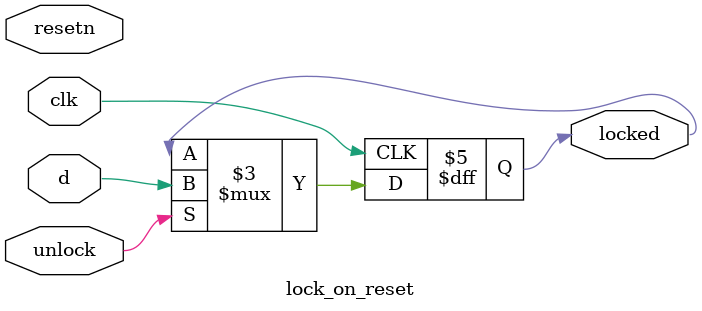
<source format=v>
module lock_on_reset
(
input wire clk,
input wire resetn,
input wire unlock,
input wire d,
output reg locked
);

always @(posedge clk) begin

    if(unlock) locked <= d;
    else locked <= locked;
end

endmodule
</source>
